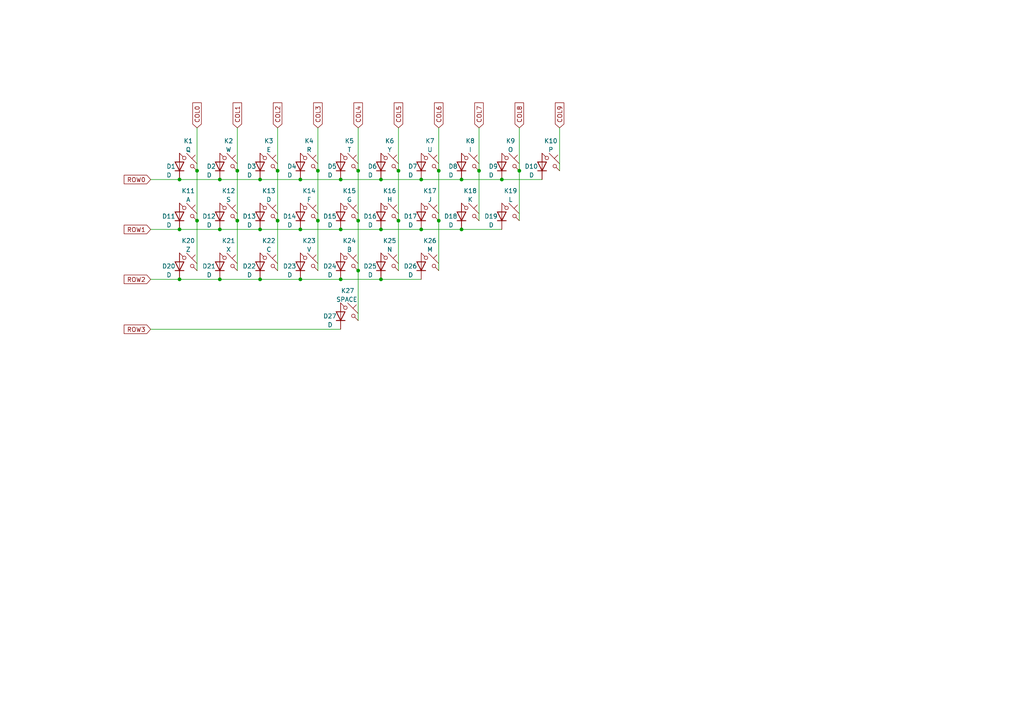
<source format=kicad_sch>
(kicad_sch (version 20211123) (generator eeschema)
  (paper "A4")
  (lib_symbols
    (symbol "Device:D" (pin_numbers hide) (pin_names (offset 1.016) hide)
      (property "Reference" "D" (at 0 2.54 0))
      (property "Value" "D" (at 0 -2.54 0))
      (symbol "D_0_1"
        (polyline (pts (xy -1.27 1.27) (xy -1.27 -1.27)) (stroke (width 0.254)))
        (polyline (pts (xy 1.27 0) (xy -1.27 0)))
        (polyline (pts (xy 1.27 1.27) (xy 1.27 -1.27) (xy -1.27 0) (xy 1.27 1.27)) (stroke (width 0.254)))
      )
      (symbol "D_1_1"
        (pin passive line (at -3.81 0 0) (length 2.54) (name "K") (number "1"))
        (pin passive line (at 3.81 0 180) (length 2.54) (name "A") (number "2"))
      )
    )
    (symbol "marbastlib-mx:MX_SW_HS" (pin_numbers hide) (pin_names (offset 1.016) hide)
      (property "Reference" "SW" (at 3.048 1.016 0))
      (property "Value" "MX_SW_HS" (at 0 -3.81 0))
      (symbol "MX_SW_HS_0_1"
        (circle (center -1.1684 1.1684) (radius 0.508))
        (polyline (pts (xy -0.508 2.54) (xy 2.54 -0.508)))
        (polyline (pts (xy 1.016 1.016) (xy 2.032 2.032)))
        (polyline (pts (xy -2.54 2.54) (xy -1.524 1.524) (xy -1.524 1.524)))
        (polyline (pts (xy 1.524 -1.524) (xy 2.54 -2.54) (xy 2.54 -2.54) (xy 2.54 -2.54)))
        (circle (center 1.143 -1.1938) (radius 0.508))
        (pin passive line (at -2.54 2.54 0) (length 0) (name "1") (number "1"))
        (pin passive line (at 2.54 -2.54 180) (length 0) (name "2") (number "2"))
      )
    )
  )
  (junction (at 115.57 49.53))
  (junction (at 57.15 64.008))
  (junction (at 127.254 49.53))
  (junction (at 103.886 78.486))
  (junction (at 150.622 49.53))
  (junction (at 122.174 66.548))
  (junction (at 138.938 49.53))
  (junction (at 57.15 49.53))
  (junction (at 127.254 64.008))
  (junction (at 87.122 81.026))
  (junction (at 98.806 81.026))
  (junction (at 75.438 52.07))
  (junction (at 92.202 64.008))
  (junction (at 133.858 66.548))
  (junction (at 68.834 49.53))
  (junction (at 52.07 52.07))
  (junction (at 103.886 49.53))
  (junction (at 110.49 52.07))
  (junction (at 110.49 66.548))
  (junction (at 110.49 81.026))
  (junction (at 145.542 52.07))
  (junction (at 63.754 66.548))
  (junction (at 87.122 52.07))
  (junction (at 98.806 66.548))
  (junction (at 103.886 64.008))
  (junction (at 63.754 52.07))
  (junction (at 80.518 49.53))
  (junction (at 52.07 66.548))
  (junction (at 115.57 64.008))
  (junction (at 63.754 81.026))
  (junction (at 92.202 49.53))
  (junction (at 52.07 81.026))
  (junction (at 75.438 81.026))
  (junction (at 68.834 64.008))
  (junction (at 80.518 64.008))
  (junction (at 87.122 66.548))
  (junction (at 98.806 52.07))
  (junction (at 75.438 66.548))
  (junction (at 122.174 52.07))
  (junction (at 133.858 52.07))
  (wire (pts (xy 68.834 49.53) (xy 68.834 64.008)))
  (wire (pts (xy 80.518 64.008) (xy 80.518 78.486)))
  (wire (pts (xy 150.622 49.53) (xy 150.622 64.008)))
  (wire (pts (xy 127.254 64.008) (xy 127.254 78.486)))
  (wire (pts (xy 115.57 37.084) (xy 115.57 49.53)))
  (wire (pts (xy 57.15 37.084) (xy 57.15 49.53)))
  (wire (pts (xy 92.202 37.084) (xy 92.202 49.53)))
  (wire (pts (xy 43.688 81.026) (xy 52.07 81.026)))
  (wire (pts (xy 52.07 66.548) (xy 63.754 66.548)))
  (wire (pts (xy 133.858 66.548) (xy 145.542 66.548)))
  (wire (pts (xy 98.806 81.026) (xy 110.49 81.026)))
  (wire (pts (xy 43.688 66.548) (xy 52.07 66.548)))
  (wire (pts (xy 138.938 37.084) (xy 138.938 49.53)))
  (wire (pts (xy 110.49 66.548) (xy 122.174 66.548)))
  (wire (pts (xy 110.49 81.026) (xy 122.174 81.026)))
  (wire (pts (xy 52.07 81.026) (xy 63.754 81.026)))
  (wire (pts (xy 68.834 64.008) (xy 68.834 78.486)))
  (wire (pts (xy 110.49 52.07) (xy 122.174 52.07)))
  (wire (pts (xy 127.254 37.084) (xy 127.254 49.53)))
  (wire (pts (xy 87.122 52.07) (xy 98.806 52.07)))
  (wire (pts (xy 133.858 52.07) (xy 145.542 52.07)))
  (wire (pts (xy 92.202 49.53) (xy 92.202 64.008)))
  (wire (pts (xy 52.07 52.07) (xy 63.754 52.07)))
  (wire (pts (xy 145.542 52.07) (xy 157.226 52.07)))
  (wire (pts (xy 68.834 37.084) (xy 68.834 49.53)))
  (wire (pts (xy 43.688 95.504) (xy 98.806 95.504)))
  (wire (pts (xy 103.886 37.084) (xy 103.886 49.53)))
  (wire (pts (xy 98.806 66.548) (xy 110.49 66.548)))
  (wire (pts (xy 87.122 66.548) (xy 98.806 66.548)))
  (wire (pts (xy 103.886 49.53) (xy 103.886 64.008)))
  (wire (pts (xy 103.886 78.486) (xy 103.886 92.964)))
  (wire (pts (xy 150.622 37.084) (xy 150.622 49.53)))
  (wire (pts (xy 122.174 66.548) (xy 133.858 66.548)))
  (wire (pts (xy 127.254 49.53) (xy 127.254 64.008)))
  (wire (pts (xy 103.886 64.008) (xy 103.886 78.486)))
  (wire (pts (xy 162.306 37.084) (xy 162.306 49.53)))
  (wire (pts (xy 63.754 52.07) (xy 75.438 52.07)))
  (wire (pts (xy 115.57 64.008) (xy 115.57 78.486)))
  (wire (pts (xy 57.15 49.53) (xy 57.15 64.008)))
  (wire (pts (xy 63.754 66.548) (xy 75.438 66.548)))
  (wire (pts (xy 75.438 52.07) (xy 87.122 52.07)))
  (wire (pts (xy 80.518 37.084) (xy 80.518 49.53)))
  (wire (pts (xy 122.174 52.07) (xy 133.858 52.07)))
  (wire (pts (xy 63.754 81.026) (xy 75.438 81.026)))
  (wire (pts (xy 115.57 49.53) (xy 115.57 64.008)))
  (wire (pts (xy 57.15 64.008) (xy 57.15 78.486)))
  (wire (pts (xy 98.806 52.07) (xy 110.49 52.07)))
  (wire (pts (xy 138.938 49.53) (xy 138.938 64.008)))
  (wire (pts (xy 87.122 81.026) (xy 98.806 81.026)))
  (wire (pts (xy 92.202 64.008) (xy 92.202 78.486)))
  (wire (pts (xy 80.518 49.53) (xy 80.518 64.008)))
  (wire (pts (xy 75.438 66.548) (xy 87.122 66.548)))
  (wire (pts (xy 75.438 81.026) (xy 87.122 81.026)))
  (wire (pts (xy 43.688 52.07) (xy 52.07 52.07)))
  (global_label "COL0" (shape input) (at 57.15 37.084 90) (property "Intersheet References" "${INTERSHEET_REFS}" (effects hide)))
  (global_label "COL2" (shape input) (at 80.518 37.084 90) (property "Intersheet References" "${INTERSHEET_REFS}" (effects hide)))
  (global_label "ROW0" (shape input) (at 43.688 52.07 180) (property "Intersheet References" "${INTERSHEET_REFS}" (effects hide)))
  (global_label "COL1" (shape input) (at 68.834 37.084 90) (property "Intersheet References" "${INTERSHEET_REFS}" (effects hide)))
  (global_label "COL6" (shape input) (at 127.254 37.084 90) (property "Intersheet References" "${INTERSHEET_REFS}" (effects hide)))
  (global_label "ROW3" (shape input) (at 43.688 95.504 180) (property "Intersheet References" "${INTERSHEET_REFS}" (effects hide)))
  (global_label "ROW1" (shape input) (at 43.688 66.548 180) (property "Intersheet References" "${INTERSHEET_REFS}" (effects hide)))
  (global_label "COL3" (shape input) (at 92.202 37.084 90) (property "Intersheet References" "${INTERSHEET_REFS}" (effects hide)))
  (global_label "COL9" (shape input) (at 162.306 37.084 90) (property "Intersheet References" "${INTERSHEET_REFS}" (effects hide)))
  (global_label "COL8" (shape input) (at 150.622 37.084 90) (property "Intersheet References" "${INTERSHEET_REFS}" (effects hide)))
  (global_label "ROW2" (shape input) (at 43.688 81.026 180) (property "Intersheet References" "${INTERSHEET_REFS}" (effects hide)))
  (global_label "COL4" (shape input) (at 103.886 37.084 90) (property "Intersheet References" "${INTERSHEET_REFS}" (effects hide)))
  (global_label "COL7" (shape input) (at 138.938 37.084 90) (property "Intersheet References" "${INTERSHEET_REFS}" (effects hide)))
  (global_label "COL5" (shape input) (at 115.57 37.084 90) (property "Intersheet References" "${INTERSHEET_REFS}" (effects hide)))
  (symbol (lib_id "Device:D") (at 98.806 77.216 90) (unit 1)
    (property "Reference" "D24" (at 93.726 77.216 90) (effects (justify right)))
    (property "Value" "D" (at 94.996 79.756 90) (effects (justify right)))
    (property "Footprint" "Diode_SMD:D_SOD-123" (effects hide))
  )
  (symbol (lib_id "marbastlib-mx:MX_SW_HS") (at 66.294 61.468 0) (unit 1)
    (property "Reference" "K12" (at 66.294 55.3552 0))
    (property "Value" "S" (at 66.294 57.8921 0))
    (property "Footprint" "marbastlib-mx:SW_MX_HS_1u" (effects hide))
  )
  (symbol (lib_id "marbastlib-mx:MX_SW_HS") (at 101.346 46.99 0) (unit 1)
    (property "Reference" "K5" (at 101.346 40.8772 0))
    (property "Value" "T" (at 101.346 43.4141 0))
    (property "Footprint" "marbastlib-mx:SW_MX_HS_1u" (effects hide))
  )
  (symbol (lib_id "Device:D") (at 98.806 91.694 90) (unit 1)
    (property "Reference" "D27" (at 93.726 91.694 90) (effects (justify right)))
    (property "Value" "D" (at 94.996 94.234 90) (effects (justify right)))
    (property "Footprint" "Diode_SMD:D_SOD-123" (effects hide))
  )
  (symbol (lib_id "marbastlib-mx:MX_SW_HS") (at 124.714 75.946 0) (unit 1)
    (property "Reference" "K26" (at 124.714 69.8332 0))
    (property "Value" "M" (at 124.714 72.3701 0))
    (property "Footprint" "marbastlib-mx:SW_MX_HS_1u" (effects hide))
  )
  (symbol (lib_id "Device:D") (at 63.754 62.738 90) (unit 1)
    (property "Reference" "D12" (at 58.674 62.738 90) (effects (justify right)))
    (property "Value" "D" (at 59.944 65.278 90) (effects (justify right)))
    (property "Footprint" "Diode_SMD:D_SOD-123" (effects hide))
  )
  (symbol (lib_id "Device:D") (at 75.438 77.216 90) (unit 1)
    (property "Reference" "D22" (at 70.358 77.216 90) (effects (justify right)))
    (property "Value" "D" (at 71.628 79.756 90) (effects (justify right)))
    (property "Footprint" "Diode_SMD:D_SOD-123" (effects hide))
  )
  (symbol (lib_id "marbastlib-mx:MX_SW_HS") (at 101.346 61.468 0) (unit 1)
    (property "Reference" "K15" (at 101.346 55.3552 0))
    (property "Value" "G" (at 101.346 57.8921 0))
    (property "Footprint" "marbastlib-mx:SW_MX_HS_1u" (effects hide))
  )
  (symbol (lib_id "Device:D") (at 122.174 77.216 90) (unit 1)
    (property "Reference" "D26" (at 117.094 77.216 90) (effects (justify right)))
    (property "Value" "D" (at 118.364 79.756 90) (effects (justify right)))
    (property "Footprint" "Diode_SMD:D_SOD-123" (effects hide))
  )
  (symbol (lib_id "marbastlib-mx:MX_SW_HS") (at 148.082 46.99 0) (unit 1)
    (property "Reference" "K9" (at 148.082 40.8772 0))
    (property "Value" "O" (at 148.082 43.4141 0))
    (property "Footprint" "marbastlib-mx:SW_MX_HS_1u" (effects hide))
  )
  (symbol (lib_id "marbastlib-mx:MX_SW_HS") (at 113.03 46.99 0) (unit 1)
    (property "Reference" "K6" (at 113.03 40.8772 0))
    (property "Value" "Y" (at 113.03 43.4141 0))
    (property "Footprint" "marbastlib-mx:SW_MX_HS_1u" (effects hide))
  )
  (symbol (lib_id "marbastlib-mx:MX_SW_HS") (at 113.03 61.468 0) (unit 1)
    (property "Reference" "K16" (at 113.03 55.3552 0))
    (property "Value" "H" (at 113.03 57.8921 0))
    (property "Footprint" "marbastlib-mx:SW_MX_HS_1u" (effects hide))
  )
  (symbol (lib_id "marbastlib-mx:MX_SW_HS") (at 124.714 46.99 0) (unit 1)
    (property "Reference" "K7" (at 124.714 40.8772 0))
    (property "Value" "U" (at 124.714 43.4141 0))
    (property "Footprint" "marbastlib-mx:SW_MX_HS_1u" (effects hide))
  )
  (symbol (lib_id "Device:D") (at 110.49 77.216 90) (unit 1)
    (property "Reference" "D25" (at 105.41 77.216 90) (effects (justify right)))
    (property "Value" "D" (at 106.68 79.756 90) (effects (justify right)))
    (property "Footprint" "Diode_SMD:D_SOD-123" (effects hide))
  )
  (symbol (lib_id "marbastlib-mx:MX_SW_HS") (at 101.346 90.424 0) (unit 1)
    (property "Reference" "K27" (at 100.838 84.328 0))
    (property "Value" "SPACE" (at 100.584 86.868 0))
    (property "Footprint" "marbastlib-mx:SW_MX_HS_1u" (effects hide))
  )
  (symbol (lib_id "marbastlib-mx:MX_SW_HS") (at 66.294 75.946 0) (unit 1)
    (property "Reference" "K21" (at 66.294 69.8332 0))
    (property "Value" "X" (at 66.294 72.3701 0))
    (property "Footprint" "marbastlib-mx:SW_MX_HS_1u" (effects hide))
  )
  (symbol (lib_id "marbastlib-mx:MX_SW_HS") (at 77.978 61.468 0) (unit 1)
    (property "Reference" "K13" (at 77.978 55.3552 0))
    (property "Value" "D" (at 77.978 57.8921 0))
    (property "Footprint" "marbastlib-mx:SW_MX_HS_1u" (effects hide))
  )
  (symbol (lib_id "Device:D") (at 87.122 62.738 90) (unit 1)
    (property "Reference" "D14" (at 82.042 62.738 90) (effects (justify right)))
    (property "Value" "D" (at 83.312 65.278 90) (effects (justify right)))
    (property "Footprint" "Diode_SMD:D_SOD-123" (effects hide))
  )
  (symbol (lib_id "Device:D") (at 52.07 48.26 90) (unit 1)
    (property "Reference" "D1" (at 48.26 48.26 90) (effects (justify right)))
    (property "Value" "D" (at 48.26 50.8 90) (effects (justify right)))
    (property "Footprint" "Diode_SMD:D_SOD-123" (effects hide))
  )
  (symbol (lib_id "Device:D") (at 52.07 77.216 90) (unit 1)
    (property "Reference" "D20" (at 46.99 77.216 90) (effects (justify right)))
    (property "Value" "D" (at 48.26 79.756 90) (effects (justify right)))
    (property "Footprint" "Diode_SMD:D_SOD-123" (effects hide))
  )
  (symbol (lib_id "marbastlib-mx:MX_SW_HS") (at 54.61 46.99 0) (unit 1)
    (property "Reference" "K1" (at 54.61 40.8772 0))
    (property "Value" "Q" (at 54.61 43.4141 0))
    (property "Footprint" "marbastlib-mx:SW_MX_HS_1u" (effects hide))
  )
  (symbol (lib_id "marbastlib-mx:MX_SW_HS") (at 136.398 61.468 0) (unit 1)
    (property "Reference" "K18" (at 136.398 55.3552 0))
    (property "Value" "K" (at 136.398 57.8921 0))
    (property "Footprint" "marbastlib-mx:SW_MX_HS_1u" (effects hide))
  )
  (symbol (lib_id "Device:D") (at 75.438 62.738 90) (unit 1)
    (property "Reference" "D13" (at 70.358 62.738 90) (effects (justify right)))
    (property "Value" "D" (at 71.628 65.278 90) (effects (justify right)))
    (property "Footprint" "Diode_SMD:D_SOD-123" (effects hide))
  )
  (symbol (lib_id "marbastlib-mx:MX_SW_HS") (at 136.398 46.99 0) (unit 1)
    (property "Reference" "K8" (at 136.398 40.8772 0))
    (property "Value" "I" (at 136.398 43.4141 0))
    (property "Footprint" "marbastlib-mx:SW_MX_HS_1u" (effects hide))
  )
  (symbol (lib_id "marbastlib-mx:MX_SW_HS") (at 89.662 61.468 0) (unit 1)
    (property "Reference" "K14" (at 89.662 55.3552 0))
    (property "Value" "F" (at 89.662 57.8921 0))
    (property "Footprint" "marbastlib-mx:SW_MX_HS_1u" (effects hide))
  )
  (symbol (lib_id "Device:D") (at 63.754 48.26 90) (unit 1)
    (property "Reference" "D2" (at 59.944 48.26 90) (effects (justify right)))
    (property "Value" "D" (at 59.944 50.8 90) (effects (justify right)))
    (property "Footprint" "Diode_SMD:D_SOD-123" (effects hide))
  )
  (symbol (lib_id "marbastlib-mx:MX_SW_HS") (at 101.346 75.946 0) (unit 1)
    (property "Reference" "K24" (at 101.346 69.8332 0))
    (property "Value" "B" (at 101.346 72.3701 0))
    (property "Footprint" "marbastlib-mx:SW_MX_HS_1u" (effects hide))
  )
  (symbol (lib_id "Device:D") (at 133.858 48.26 90) (unit 1)
    (property "Reference" "D8" (at 130.048 48.26 90) (effects (justify right)))
    (property "Value" "D" (at 130.048 50.8 90) (effects (justify right)))
    (property "Footprint" "Diode_SMD:D_SOD-123" (effects hide))
  )
  (symbol (lib_id "Device:D") (at 145.542 62.738 90) (unit 1)
    (property "Reference" "D19" (at 140.462 62.738 90) (effects (justify right)))
    (property "Value" "D" (at 141.732 65.278 90) (effects (justify right)))
    (property "Footprint" "Diode_SMD:D_SOD-123" (effects hide))
  )
  (symbol (lib_id "marbastlib-mx:MX_SW_HS") (at 113.03 75.946 0) (unit 1)
    (property "Reference" "K25" (at 113.03 69.8332 0))
    (property "Value" "N" (at 113.03 72.3701 0))
    (property "Footprint" "marbastlib-mx:SW_MX_HS_1u" (effects hide))
  )
  (symbol (lib_id "marbastlib-mx:MX_SW_HS") (at 89.662 75.946 0) (unit 1)
    (property "Reference" "K23" (at 89.662 69.8332 0))
    (property "Value" "V" (at 89.662 72.3701 0))
    (property "Footprint" "marbastlib-mx:SW_MX_HS_1u" (effects hide))
  )
  (symbol (lib_id "Device:D") (at 98.806 48.26 90) (unit 1)
    (property "Reference" "D5" (at 94.996 48.26 90) (effects (justify right)))
    (property "Value" "D" (at 94.996 50.8 90) (effects (justify right)))
    (property "Footprint" "Diode_SMD:D_SOD-123" (effects hide))
  )
  (symbol (lib_id "marbastlib-mx:MX_SW_HS") (at 124.714 61.468 0) (unit 1)
    (property "Reference" "K17" (at 124.714 55.3552 0))
    (property "Value" "J" (at 124.714 57.8921 0))
    (property "Footprint" "marbastlib-mx:SW_MX_HS_1u" (effects hide))
  )
  (symbol (lib_id "Device:D") (at 63.754 77.216 90) (unit 1)
    (property "Reference" "D21" (at 58.674 77.216 90) (effects (justify right)))
    (property "Value" "D" (at 59.944 79.756 90) (effects (justify right)))
    (property "Footprint" "Diode_SMD:D_SOD-123" (effects hide))
  )
  (symbol (lib_id "Device:D") (at 110.49 62.738 90) (unit 1)
    (property "Reference" "D16" (at 105.41 62.738 90) (effects (justify right)))
    (property "Value" "D" (at 106.68 65.278 90) (effects (justify right)))
    (property "Footprint" "Diode_SMD:D_SOD-123" (effects hide))
  )
  (symbol (lib_id "Device:D") (at 87.122 77.216 90) (unit 1)
    (property "Reference" "D23" (at 82.042 77.216 90) (effects (justify right)))
    (property "Value" "D" (at 83.312 79.756 90) (effects (justify right)))
    (property "Footprint" "Diode_SMD:D_SOD-123" (effects hide))
  )
  (symbol (lib_id "marbastlib-mx:MX_SW_HS") (at 54.61 75.946 0) (unit 1)
    (property "Reference" "K20" (at 54.61 69.8332 0))
    (property "Value" "Z" (at 54.61 72.3701 0))
    (property "Footprint" "marbastlib-mx:SW_MX_HS_1u" (effects hide))
  )
  (symbol (lib_id "Device:D") (at 98.806 62.738 90) (unit 1)
    (property "Reference" "D15" (at 93.726 62.738 90) (effects (justify right)))
    (property "Value" "D" (at 94.996 65.278 90) (effects (justify right)))
    (property "Footprint" "Diode_SMD:D_SOD-123" (effects hide))
  )
  (symbol (lib_id "marbastlib-mx:MX_SW_HS") (at 54.61 61.468 0) (unit 1)
    (property "Reference" "K11" (at 54.61 55.3552 0))
    (property "Value" "A" (at 54.61 57.8921 0))
    (property "Footprint" "marbastlib-mx:SW_MX_HS_1u" (effects hide))
  )
  (symbol (lib_id "marbastlib-mx:MX_SW_HS") (at 89.662 46.99 0) (unit 1)
    (property "Reference" "K4" (at 89.662 40.8772 0))
    (property "Value" "R" (at 89.662 43.4141 0))
    (property "Footprint" "marbastlib-mx:SW_MX_HS_1u" (effects hide))
  )
  (symbol (lib_id "marbastlib-mx:MX_SW_HS") (at 148.082 61.468 0) (unit 1)
    (property "Reference" "K19" (at 148.082 55.3552 0))
    (property "Value" "L" (at 148.082 57.8921 0))
    (property "Footprint" "marbastlib-mx:SW_MX_HS_1u" (effects hide))
  )
  (symbol (lib_id "Device:D") (at 157.226 48.26 90) (unit 1)
    (property "Reference" "D10" (at 152.146 48.26 90) (effects (justify right)))
    (property "Value" "D" (at 153.416 50.8 90) (effects (justify right)))
    (property "Footprint" "Diode_SMD:D_SOD-123" (effects hide))
  )
  (symbol (lib_id "Device:D") (at 122.174 62.738 90) (unit 1)
    (property "Reference" "D17" (at 117.094 62.738 90) (effects (justify right)))
    (property "Value" "D" (at 118.364 65.278 90) (effects (justify right)))
    (property "Footprint" "Diode_SMD:D_SOD-123" (effects hide))
  )
  (symbol (lib_id "Device:D") (at 122.174 48.26 90) (unit 1)
    (property "Reference" "D7" (at 118.364 48.26 90) (effects (justify right)))
    (property "Value" "D" (at 118.364 50.8 90) (effects (justify right)))
    (property "Footprint" "Diode_SMD:D_SOD-123" (effects hide))
  )
  (symbol (lib_id "Device:D") (at 110.49 48.26 90) (unit 1)
    (property "Reference" "D6" (at 106.68 48.26 90) (effects (justify right)))
    (property "Value" "D" (at 106.68 50.8 90) (effects (justify right)))
    (property "Footprint" "Diode_SMD:D_SOD-123" (effects hide))
  )
  (symbol (lib_id "marbastlib-mx:MX_SW_HS") (at 77.978 46.99 0) (unit 1)
    (property "Reference" "K3" (at 77.978 40.8772 0))
    (property "Value" "E" (at 77.978 43.4141 0))
    (property "Footprint" "marbastlib-mx:SW_MX_HS_1u" (effects hide))
  )
  (symbol (lib_id "marbastlib-mx:MX_SW_HS") (at 159.766 46.99 0) (unit 1)
    (property "Reference" "K10" (at 159.766 40.8772 0))
    (property "Value" "P" (at 159.766 43.4141 0))
    (property "Footprint" "marbastlib-mx:SW_MX_HS_1u" (effects hide))
  )
  (symbol (lib_id "Device:D") (at 52.07 62.738 90) (unit 1)
    (property "Reference" "D11" (at 46.99 62.738 90) (effects (justify right)))
    (property "Value" "D" (at 48.26 65.278 90) (effects (justify right)))
    (property "Footprint" "Diode_SMD:D_SOD-123" (effects hide))
  )
  (symbol (lib_id "Device:D") (at 87.122 48.26 90) (unit 1)
    (property "Reference" "D4" (at 83.312 48.26 90) (effects (justify right)))
    (property "Value" "D" (at 83.312 50.8 90) (effects (justify right)))
    (property "Footprint" "Diode_SMD:D_SOD-123" (effects hide))
  )
  (symbol (lib_id "marbastlib-mx:MX_SW_HS") (at 66.294 46.99 0) (unit 1)
    (property "Reference" "K2" (at 66.294 40.8772 0))
    (property "Value" "W" (at 66.294 43.4141 0))
    (property "Footprint" "marbastlib-mx:SW_MX_HS_1u" (effects hide))
  )
  (symbol (lib_id "Device:D") (at 133.858 62.738 90) (unit 1)
    (property "Reference" "D18" (at 128.778 62.738 90) (effects (justify right)))
    (property "Value" "D" (at 130.048 65.278 90) (effects (justify right)))
    (property "Footprint" "Diode_SMD:D_SOD-123" (effects hide))
  )
  (symbol (lib_id "Device:D") (at 145.542 48.26 90) (unit 1)
    (property "Reference" "D9" (at 141.732 48.26 90) (effects (justify right)))
    (property "Value" "D" (at 141.732 50.8 90) (effects (justify right)))
    (property "Footprint" "Diode_SMD:D_SOD-123" (effects hide))
  )
  (symbol (lib_id "marbastlib-mx:MX_SW_HS") (at 77.978 75.946 0) (unit 1)
    (property "Reference" "K22" (at 77.978 69.8332 0))
    (property "Value" "C" (at 77.978 72.3701 0))
    (property "Footprint" "marbastlib-mx:SW_MX_HS_1u" (effects hide))
  )
  (symbol (lib_id "Device:D") (at 75.438 48.26 90) (unit 1)
    (property "Reference" "D3" (at 71.628 48.26 90) (effects (justify right)))
    (property "Value" "D" (at 71.628 50.8 90) (effects (justify right)))
    (property "Footprint" "Diode_SMD:D_SOD-123" (effects hide))
  )
)
</source>
